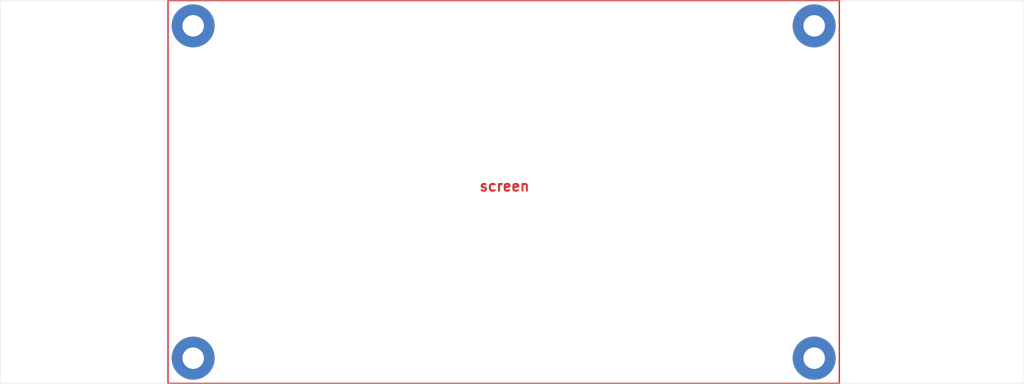
<source format=kicad_pcb>
(kicad_pcb (version 20241229) (generator "pcbnew") (generator_version "9.0")
  (layers (0 "F.Cu" signal) (2 "B.Cu" signal) (13 "F.Paste" user) (15 "B.Paste" user) (5 "F.SilkS" user "F.Silkscreen") (7 "B.SilkS" user "B.Silkscreen") (1 "F.Mask" user) (3 "B.Mask" user) (25 "Edge.Cuts" user))
  (net 0 "")
  (footprint "MountingHole:MountingHole_3.2mm_M3_Pad" (layer "F.Cu") (at 200.75 79.75)
    (property "Reference" "REF**" (hide yes))
    (property "Value" "MountingHole_3.2mm_M3_Pad" (hide yes))
    (pad "1" thru_hole circle (at 0 0) (size 6.4 6.4) (drill 3.2) (layers "*.Cu" "*.Mask"))
  )
  (footprint "MountingHole:MountingHole_3.2mm_M3_Pad" (layer "F.Cu") (at 108.25 129.25)
    (property "Reference" "REF**" (hide yes))
    (property "Value" "MountingHole_3.2mm_M3_Pad" (hide yes))
    (pad "1" thru_hole circle (at 0 0) (size 6.4 6.4) (drill 3.2) (layers "*.Cu" "*.Mask"))
  )
  (footprint "MountingHole:MountingHole_3.2mm_M3_Pad" (layer "F.Cu") (at 108.25 79.75)
    (property "Reference" "REF**" (hide yes))
    (property "Value" "MountingHole_3.2mm_M3_Pad" (hide yes))
    (pad "1" thru_hole circle (at 0 0) (size 6.4 6.4) (drill 3.2) (layers "*.Cu" "*.Mask"))
  )
  (footprint "MountingHole:MountingHole_3.2mm_M3_Pad" (layer "F.Cu") (at 200.75 129.25)
    (property "Reference" "REF**" (hide yes))
    (property "Value" "MountingHole_3.2mm_M3_Pad" (hide yes))
    (pad "1" thru_hole circle (at 0 0) (size 6.4 6.4) (drill 3.2) (layers "*.Cu" "*.Mask"))
  )
  (gr_rect (start 104.5 76) (end 204.5 133) (stroke (width 0.2)) (fill no) (layer "F.Cu"))
  (gr_line (start 232 76) (end 79.5 76) (stroke (width 0.05)) (layer "Edge.Cuts"))
  (gr_line (start 79.5 133) (end 232 133) (stroke (width 0.05)) (layer "Edge.Cuts"))
  (gr_line (start 232 133) (end 232 76) (stroke (width 0.05)) (layer "Edge.Cuts"))
  (gr_line (start 79.5 76) (end 79.5 133) (stroke (width 0.05)) (layer "Edge.Cuts"))
  (gr_text "screen" (at 150.75 104.5 0) (layer "F.Cu") (effects (font (size 1.5 1.5) (thickness 0.3) (bold yes)) (justify left bottom)))
)
</source>
